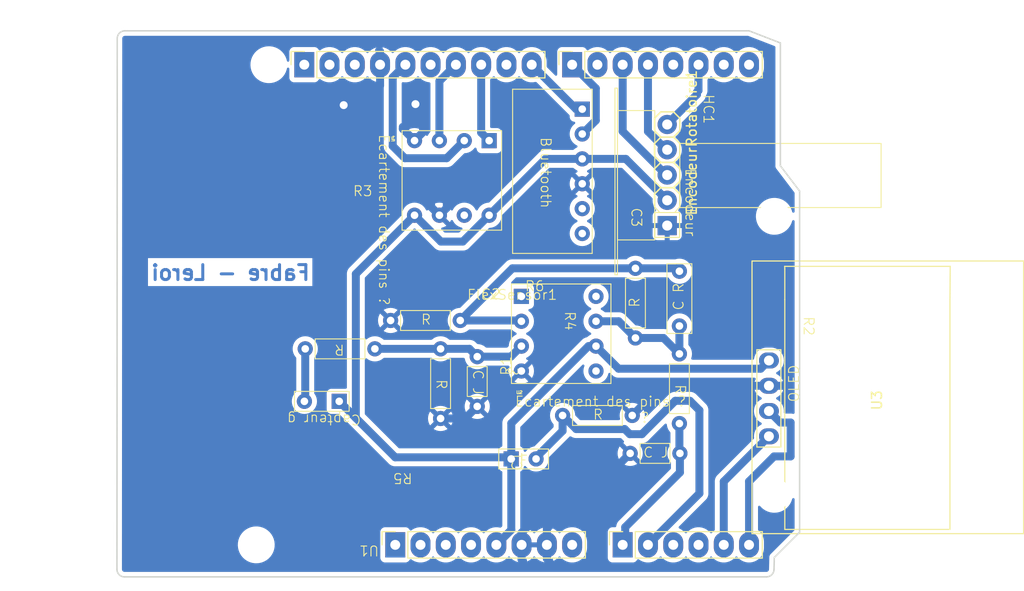
<source format=kicad_pcb>
(kicad_pcb (version 20221018) (generator pcbnew)
  (title_block (date "mar. 31 mars 2015"))
  (layers (0 "F.Cu" signal) (31 "B.Cu" signal) (34 "B.Paste" user) (35 "F.Paste" user) (36 "B.SilkS" user "B.Silkscreen") (37 "F.SilkS" user "F.Silkscreen") (38 "B.Mask" user) (39 "F.Mask" user) (44 "Edge.Cuts" user))
  (net 0 "")
  (net 1 "GND")
  (net 3 "+5V")
  (net 4 "/IOREF")
  (net 5 "Net-(U2-OUT)")
  (net 6 "Net-(U2--IN)")
  (net 7 "/A2")
  (net 8 "/A3")
  (net 9 "A0")
  (net 10 "Net-(U2-+IN)")
  (net 11 "A1")
  (net 12 "/12")
  (net 13 "/AREF")
  (net 14 "D8")
  (net 15 "D7")
  (net 16 "A5")
  (net 17 "A4")
  (net 18 "/*9")
  (net 19 "D13")
  (net 20 "D11")
  (net 21 "/*6")
  (net 22 "D10")
  (net 23 "/TX{slash}1")
  (net 24 "/*3")
  (net 25 "/RX{slash}0")
  (net 26 "VCC")
  (net 27 "/~{RESET}")
  (net 28 "D5")
  (net 29 "D4")
  (net 30 "D2")
  (net 31 "Net-(U1-A0)")
  (net 36 "+3V3")
  (footprint "Connector_PinSocket_2.54mm:PinSocket_1x08_P2.54mm_Vertical" (layer "F.Cu") (at 127.94 97.46 90)
    (fp_text reference "J1" hide)
    (fp_text value "Power")
    (fp_line (start -1.33 1.27) (end -1.33 19.11) (stroke (width 0.12)) (layer "F.SilkS"))
    (fp_line (start -1.33 1.27) (end 1.33 1.27) (stroke (width 0.12)) (layer "F.SilkS"))
    (fp_line (start -1.33 19.11) (end 1.33 19.11) (stroke (width 0.12)) (layer "F.SilkS"))
    (fp_line (start 0 -1.33) (end 1.33 -1.33) (stroke (width 0.12)) (layer "F.SilkS"))
    (fp_line (start 1.33 -1.33) (end 1.33 0) (stroke (width 0.12)) (layer "F.SilkS"))
    (fp_line (start 1.33 1.27) (end 1.33 19.11) (stroke (width 0.12)) (layer "F.SilkS"))
    (pad "1" thru_hole rect locked (at 0 0 90) (size 2.54 2) (drill 1) (layers "*.Cu" "*.Mask"))
    (pad "2" thru_hole oval locked (at 0 2.54 90) (size 2.54 2) (drill 1) (layers "*.Cu" "*.Mask") (net 4 "/IOREF"))
    (pad "3" thru_hole oval locked (at 0 5.08 90) (size 2.54 2) (drill 1) (layers "*.Cu" "*.Mask") (net 27 "/~{RESET}"))
    (pad "4" thru_hole oval locked (at 0 7.62 90) (size 2.54 2) (drill 1) (layers "*.Cu" "*.Mask") (net 36 "+3V3"))
    (pad "5" thru_hole oval locked (at 0 10.16 90) (size 2.54 2) (drill 1) (layers "*.Cu" "*.Mask") (net 3 "+5V"))
    (pad "6" thru_hole oval locked (at 0 12.7 90) (size 2.54 2) (drill 1) (layers "*.Cu" "*.Mask") (net 1 "GND"))
    (pad "7" thru_hole oval locked (at 0 15.24 90) (size 2.54 2) (drill 1) (layers "*.Cu" "*.Mask") (net 1 "GND"))
    (pad "8" thru_hole oval locked (at 0 17.78 90) (size 2.54 2) (drill 1) (layers "*.Cu" "*.Mask") (net 26 "VCC"))
  )
  (footprint "Connector_PinSocket_2.54mm:PinSocket_1x06_P2.54mm_Vertical" (layer "F.Cu") (at 150.8 97.46 90)
    (fp_text reference "J3" hide)
    (fp_text value "Analog")
    (fp_line (start -1.33 1.27) (end -1.33 14.03) (stroke (width 0.12)) (layer "F.SilkS"))
    (fp_line (start -1.33 1.27) (end 1.33 1.27) (stroke (width 0.12)) (layer "F.SilkS"))
    (fp_line (start -1.33 14.03) (end 1.33 14.03) (stroke (width 0.12)) (layer "F.SilkS"))
    (fp_line (start 0 -1.33) (end 1.33 -1.33) (stroke (width 0.12)) (layer "F.SilkS"))
    (fp_line (start 1.33 -1.33) (end 1.33 0) (stroke (width 0.12)) (layer "F.SilkS"))
    (fp_line (start 1.33 1.27) (end 1.33 14.03) (stroke (width 0.12)) (layer "F.SilkS"))
    (pad "1" thru_hole rect locked (at 0 0 90) (size 2.54 2) (drill 1) (layers "*.Cu" "*.Mask") (net 9 "A0"))
    (pad "2" thru_hole oval locked (at 0 2.54 90) (size 2.54 2) (drill 1) (layers "*.Cu" "*.Mask") (net 11 "A1"))
    (pad "3" thru_hole oval locked (at 0 5.08 90) (size 2.54 2) (drill 1) (layers "*.Cu" "*.Mask") (net 7 "/A2"))
    (pad "4" thru_hole oval locked (at 0 7.62 90) (size 2.54 2) (drill 1) (layers "*.Cu" "*.Mask") (net 8 "/A3"))
    (pad "5" thru_hole oval locked (at 0 10.16 90) (size 2.54 2) (drill 1) (layers "*.Cu" "*.Mask") (net 17 "A4"))
    (pad "6" thru_hole oval locked (at 0 12.7 90) (size 2.54 2) (drill 1) (layers "*.Cu" "*.Mask") (net 16 "A5"))
  )
  (footprint "Connector_PinSocket_2.54mm:PinSocket_1x10_P2.54mm_Vertical" (layer "F.Cu") (at 118.796 49.2 90)
    (fp_text reference "J2" hide)
    (fp_text value "Digital/PWM")
    (fp_line (start -1.33 1.27) (end -1.33 24.19) (stroke (width 0.12)) (layer "F.SilkS"))
    (fp_line (start -1.33 1.27) (end 1.33 1.27) (stroke (width 0.12)) (layer "F.SilkS"))
    (fp_line (start -1.33 24.19) (end 1.33 24.19) (stroke (width 0.12)) (layer "F.SilkS"))
    (fp_line (start 0 -1.33) (end 1.33 -1.33) (stroke (width 0.12)) (layer "F.SilkS"))
    (fp_line (start 1.33 -1.33) (end 1.33 0) (stroke (width 0.12)) (layer "F.SilkS"))
    (fp_line (start 1.33 1.27) (end 1.33 24.19) (stroke (width 0.12)) (layer "F.SilkS"))
    (pad "1" thru_hole rect locked (at 0 0 90) (size 2.54 2) (drill 1) (layers "*.Cu" "*.Mask"))
    (pad "2" thru_hole oval locked (at 0 2.54 90) (size 2.54 2) (drill 1) (layers "*.Cu" "*.Mask"))
    (pad "3" thru_hole oval locked (at 0 5.08 90) (size 2.54 2) (drill 1) (layers "*.Cu" "*.Mask") (net 13 "/AREF"))
    (pad "4" thru_hole oval locked (at 0 7.62 90) (size 2.54 2) (drill 1) (layers "*.Cu" "*.Mask") (net 1 "GND"))
    (pad "5" thru_hole oval locked (at 0 10.16 90) (size 2.54 2) (drill 1) (layers "*.Cu" "*.Mask") (net 19 "D13"))
    (pad "6" thru_hole oval locked (at 0 12.7 90) (size 2.54 2) (drill 1) (layers "*.Cu" "*.Mask") (net 12 "/12"))
    (pad "7" thru_hole oval locked (at 0 15.24 90) (size 2.54 2) (drill 1) (layers "*.Cu" "*.Mask") (net 20 "D11"))
    (pad "8" thru_hole oval locked (at 0 17.78 90) (size 2.54 2) (drill 1) (layers "*.Cu" "*.Mask") (net 22 "D10"))
    (pad "9" thru_hole oval locked (at 0 20.32 90) (size 2.54 2) (drill 1) (layers "*.Cu" "*.Mask") (net 18 "/*9"))
    (pad "10" thru_hole oval locked (at 0 22.86 90) (size 2.54 2) (drill 1) (layers "*.Cu" "*.Mask") (net 14 "D8"))
  )
  (footprint "Connector_PinSocket_2.54mm:PinSocket_1x08_P2.54mm_Vertical" (layer "F.Cu") (at 145.72 49.2 90)
    (fp_text reference "J4" hide)
    (fp_text value "Digital/PWM")
    (fp_line (start -1.33 1.27) (end -1.33 19.11) (stroke (width 0.12)) (layer "F.SilkS"))
    (fp_line (start -1.33 1.27) (end 1.33 1.27) (stroke (width 0.12)) (layer "F.SilkS"))
    (fp_line (start -1.33 19.11) (end 1.33 19.11) (stroke (width 0.12)) (layer "F.SilkS"))
    (fp_line (start 0 -1.33) (end 1.33 -1.33) (stroke (width 0.12)) (layer "F.SilkS"))
    (fp_line (start 1.33 -1.33) (end 1.33 0) (stroke (width 0.12)) (layer "F.SilkS"))
    (fp_line (start 1.33 1.27) (end 1.33 19.11) (stroke (width 0.12)) (layer "F.SilkS"))
    (pad "1" thru_hole rect locked (at 0 0 90) (size 2.54 2) (drill 1) (layers "*.Cu" "*.Mask") (net 15 "D7"))
    (pad "2" thru_hole oval locked (at 0 2.54 90) (size 2.54 2) (drill 1) (layers "*.Cu" "*.Mask") (net 21 "/*6"))
    (pad "3" thru_hole oval locked (at 0 5.08 90) (size 2.54 2) (drill 1) (layers "*.Cu" "*.Mask") (net 28 "D5"))
    (pad "4" thru_hole oval locked (at 0 7.62 90) (size 2.54 2) (drill 1) (layers "*.Cu" "*.Mask") (net 29 "D4"))
    (pad "5" thru_hole oval locked (at 0 10.16 90) (size 2.54 2) (drill 1) (layers "*.Cu" "*.Mask") (net 24 "/*3"))
    (pad "6" thru_hole oval locked (at 0 12.7 90) (size 2.54 2) (drill 1) (layers "*.Cu" "*.Mask") (net 30 "D2"))
    (pad "7" thru_hole oval locked (at 0 15.24 90) (size 2.54 2) (drill 1) (layers "*.Cu" "*.Mask") (net 23 "/TX{slash}1"))
    (pad "8" thru_hole oval locked (at 0 17.78 90) (size 2.54 2) (drill 1) (layers "*.Cu" "*.Mask") (net 25 "/RX{slash}0"))
  )
  (footprint "MOSH_empreintes:Capa rouge" (layer "F.Cu") (at 156.5004 75.4596 90)
    (fp_text reference "C1" (at -13.6 -16.3 90 unlocked) (layer "F.SilkS") (effects (font (thickness 0.1))))
    (fp_text value "C")
    (fp_text user "C R" (at 1.5 0.5 90 unlocked) (layer "F.SilkS") (effects (font (thickness 0.1)) (justify left bottom)))
    (fp_line (start -0.75 -1.25) (end -0.75 1.25) (stroke (width 0.1)) (layer "F.SilkS"))
    (fp_line (start -0.75 1.25) (end 6.25 1.25) (stroke (width 0.1)) (layer "F.SilkS"))
    (fp_line (start 6.25 -1.25) (end -0.75 -1.25) (stroke (width 0.1)) (layer "F.SilkS"))
    (fp_line (start 6.25 1.25) (end 6.25 -1.25) (stroke (width 0.1)) (layer "F.SilkS"))
    (pad "1" thru_hole circle (at 0 0 90) (size 1.524 1.524) (drill 0.762) (layers "*.Cu" "*.Mask") (net 5 "Net-(U2-OUT)"))
    (pad "2" thru_hole circle (at 5.5 0 90) (size 1.524 1.524) (drill 0.762) (layers "*.Cu" "*.Mask") (net 6 "Net-(U2--IN)"))
  )
  (footprint "MOSH_empreintes:LTC1050 et MCP" (layer "F.Cu") (at 139.6184 81.2386)
    (fp_text reference "U2" (at 0.8 0.9) (layer "F.SilkS") (effects (font (size 0.314961 0.314961))))
    (fp_text value "LTC1050")
    (fp_text user "Écartement des pins ?" (at 0.3 2.4 unlocked) (layer "F.SilkS") (effects (font (thickness 0.1)) (justify left bottom)))
    (fp_line (start 0 -10) (end 10 -10) (stroke (width 0.1)) (layer "F.SilkS"))
    (fp_line (start 0 0) (end 0 -10) (stroke (width 0.1)) (layer "F.SilkS"))
    (fp_line (start 10 -10) (end 10 0) (stroke (width 0.1)) (layer "F.SilkS"))
    (fp_line (start 10 0) (end 0 0) (stroke (width 0.1)) (layer "F.SilkS"))
    (pad "1" thru_hole rect (at 1 -8.75) (size 1.524 1.524) (drill 0.762) (layers "*.Cu" "*.Mask"))
    (pad "2" thru_hole circle (at 1 -6.25) (size 1.524 1.524) (drill 0.762) (layers "*.Cu" "*.Mask") (net 6 "Net-(U2--IN)"))
    (pad "3" thru_hole circle (at 1 -3.75) (size 1.524 1.524) (drill 0.762) (layers "*.Cu" "*.Mask") (net 10 "Net-(U2-+IN)"))
    (pad "4" thru_hole circle (at 1 -1.25) (size 1.524 1.524) (drill 0.762) (layers "*.Cu" "*.Mask") (net 1 "GND"))
    (pad "5" thru_hole circle (at 8.5 -8.75) (size 1.524 1.524) (drill 0.762) (layers "*.Cu" "*.Mask"))
    (pad "6" thru_hole circle (at 8.5 -6.25) (size 1.524 1.524) (drill 0.762) (layers "*.Cu" "*.Mask") (net 5 "Net-(U2-OUT)"))
    (pad "7" thru_hole circle (at 8.5 -3.75) (size 1.524 1.524) (drill 0.762) (layers "*.Cu" "*.Mask") (net 3 "+5V"))
    (pad "8" thru_hole circle (at 8.5 -1.25) (size 1.524 1.524) (drill 0.762) (layers "*.Cu" "*.Mask"))
  )
  (footprint "Arduino_MountingHole:MountingHole_3.2mm" (layer "F.Cu") (at 115.24 49.2)
    (fp_text reference "MH1" hide)
    (fp_text value "MountingHole_3.2mm" hide)
    (pad "" np_thru_hole circle locked (at 0 0) (size 3.2 3.2) (drill 3.2) (layers "F&B.Cu" "*.Mask" "Eco1.User"))
  )
  (footprint "MOSH_empreintes:LTC1050 et MCP" (layer "F.Cu") (at 128.628 55.8316 -90)
    (fp_text reference "U4" (at 0.8 0.9 -90) (layer "F.SilkS") (effects (font (size 0.314961 0.314961))))
    (fp_text value "MCP41100")
    (fp_text user "Écartement des pins ?" (at 0.3 2.4 -90 unlocked) (layer "F.SilkS") (effects (font (thickness 0.1)) (justify left bottom)))
    (fp_line (start 0 -10) (end 10 -10) (stroke (width 0.1)) (layer "F.SilkS"))
    (fp_line (start 0 0) (end 0 -10) (stroke (width 0.1)) (layer "F.SilkS"))
    (fp_line (start 10 -10) (end 10 0) (stroke (width 0.1)) (layer "F.SilkS"))
    (fp_line (start 10 0) (end 0 0) (stroke (width 0.1)) (layer "F.SilkS"))
    (pad "1" thru_hole rect (at 1 -8.75 270) (size 1.524 1.524) (drill 0.762) (layers "*.Cu" "*.Mask") (net 22 "D10"))
    (pad "2" thru_hole circle (at 1 -6.25 270) (size 1.524 1.524) (drill 0.762) (layers "*.Cu" "*.Mask") (net 19 "D13"))
    (pad "3" thru_hole circle (at 1 -3.75 270) (size 1.524 1.524) (drill 0.762) (layers "*.Cu" "*.Mask") (net 20 "D11"))
    (pad "4" thru_hole circle (at 1 -1.25 270) (size 1.524 1.524) (drill 0.762) (layers "*.Cu" "*.Mask") (net 1 "GND"))
    (pad "5" thru_hole circle (at 8.5 -8.75 270) (size 1.524 1.524) (drill 0.762) (layers "*.Cu" "*.Mask") (net 3 "+5V"))
    (pad "6" thru_hole circle (at 8.5 -6.25 270) (size 1.524 1.524) (drill 0.762) (layers "*.Cu" "*.Mask"))
    (pad "7" thru_hole circle (at 8.5 -3.75 270) (size 1.524 1.524) (drill 0.762) (layers "*.Cu" "*.Mask") (net 1 "GND"))
    (pad "8" thru_hole circle (at 8.5 -1.25 270) (size 1.524 1.524) (drill 0.762) (layers "*.Cu" "*.Mask") (net 3 "+5V"))
  )
  (footprint "MOSH_empreintes:capteur graphite" (layer "F.Cu") (at 122.3094 83.0366 180)
    (fp_text reference "U1" (at -3 -15 180 unlocked) (layer "F.SilkS") (effects (font (thickness 0.1))))
    (fp_text value "~")
    (fp_text user "Capteur g" (at -2.25 -1.25 180 unlocked) (layer "F.SilkS") (effects (font (thickness 0.1)) (justify left bottom)))
    (fp_rect (start -1 -1) (end 4.5 1) (stroke (width 0.1)) (fill none) (layer "F.SilkS"))
    (pad "1" thru_hole rect (at 0 0 180) (size 1.524 1.524) (drill 0.762) (layers "*.Cu" "*.Mask") (net 3 "+5V"))
    (pad "2" thru_hole circle (at 3.5 0 180) (size 1.524 1.524) (drill 0.762) (layers "*.Cu" "*.Mask") (net 31 "Net-(U1-A0)"))
  )
  (footprint "MOSH_empreintes:Capteur FLEX" (layer "F.Cu") (at 139.5932 88.824)
    (fp_text reference "FlexSensor1" (at 0.1 -16.5 unlocked) (layer "F.SilkS") (effects (font (thickness 0.1))))
    (fp_text value "~")
    (fp_text user "F" (at 0.75 0.75 unlocked) (layer "F.SilkS") (effects (font (thickness 0.1)) (justify left bottom)))
    (fp_line (start -1.25 -1) (end -1.25 1) (stroke (width 0.1)) (layer "F.SilkS"))
    (fp_line (start -1.25 1) (end 3.75 1) (stroke (width 0.1)) (layer "F.SilkS"))
    (fp_line (start 3.75 -1) (end -1.25 -1) (stroke (width 0.1)) (layer "F.SilkS"))
    (fp_line (start 3.75 1) (end 3.75 -1) (stroke (width 0.1)) (layer "F.SilkS"))
    (pad "1" thru_hole rect (at 0 0) (size 1.524 1.524) (drill 0.762) (layers "*.Cu" "*.Mask") (net 3 "+5V"))
    (pad "2" thru_hole circle (at 2.5 0) (size 1.524 1.524) (drill 0.762) (layers "*.Cu" "*.Mask") (net 11 "A1"))
  )
  (footprint "MOSH_empreintes:Capa jaune" (layer "F.Cu") (at 136.1804 78.5446 -90)
    (fp_text reference "C3" (at -14 -16 -90 unlocked) (layer "F.SilkS") (effects (font (thickness 0.1))))
    (fp_text value "C")
    (fp_text user "?" (at 1 -3 -90 unlocked) (layer "F.SilkS") (effects (font (thickness 0.1)) (justify left bottom)))
    (fp_text user "C J" (at 1.25 0.5 -90 unlocked) (layer "F.SilkS") (effects (font (thickness 0.1)) (justify left bottom)))
    (fp_rect (start 1 -1) (end 4 1) (stroke (width 0.1)) (fill none) (layer "F.SilkS"))
    (pad "1" thru_hole circle (at 0 0 270) (size 1.524 1.524) (drill 0.762) (layers "*.Cu" "*.Mask") (net 10 "Net-(U2-+IN)"))
    (pad "2" thru_hole circle (at 5 0 270) (size 1.524 1.524) (drill 0.762) (layers "*.Cu" "*.Mask") (net 1 "GND"))
  )
  (footprint "MOSH_empreintes:OLED SCREEN" (layer "F.Cu") (at 176.0984 82.9312 90)
    (fp_text reference "U3" (at 0 0.254 90) (layer "F.SilkS"))
    (fp_text value "~" hide)
    (fp_text user "OLED" (at -0.25 -7.5 90 unlocked) (layer "F.SilkS") (effects (font (thickness 0.1)) (justify left bottom)))
    (fp_line (start -13.4 -12.3) (end 14 -12.3) (stroke (width 0.12)) (layer "F.SilkS"))
    (fp_line (start -13.4 15) (end -13.4 -12.3) (stroke (width 0.12)) (layer "F.SilkS"))
    (fp_line (start -12.978 -9.005) (end 10.122 -9.005) (stroke (width 0.12)) (layer "F.SilkS"))
    (fp_line (start -12.978 7.595) (end -12.978 -9.005) (stroke (width 0.12)) (layer "F.SilkS"))
    (fp_line (start -4.699 -11.811) (end -4.699 -9.398) (stroke (width 0.12)) (layer "F.SilkS"))
    (fp_line (start -4.699 -11.811) (end 5.08 -11.811) (stroke (width 0.12)) (layer "F.SilkS"))
    (fp_line (start 5.08 -11.811) (end 5.08 -9.398) (stroke (width 0.12)) (layer "F.SilkS"))
    (fp_line (start 5.08 -9.398) (end -4.699 -9.398) (stroke (width 0.12)) (layer "F.SilkS"))
    (fp_line (start 10.122 -9.005) (end 13.208 -9.005) (stroke (width 0.12)) (layer "F.SilkS"))
    (fp_line (start 10.122 7.595) (end -12.978 7.595) (stroke (width 0.12)) (layer "F.SilkS"))
    (fp_line (start 10.122 7.595) (end 13.462 7.62) (stroke (width 0.12)) (layer "F.SilkS"))
    (fp_line (start 13.462 -9.017) (end 13.208 -9.005) (stroke (width 0.12)) (layer "F.SilkS"))
    (fp_line (start 13.462 7.62) (end 13.462 -9.017) (stroke (width 0.12)) (layer "F.SilkS"))
    (fp_line (start 14 -12.3) (end 14 15) (stroke (width 0.12)) (layer "F.SilkS"))
    (fp_line (start 14 15) (end -13.4 15) (stroke (width 0.12)) (layer "F.SilkS"))
    (pad "1" thru_hole oval (at -3.62 -10.6 180) (size 2 1.6) (drill 1) (layers "*.Cu" "*.Mask") (net 17 "A4"))
    (pad "2" thru_hole oval (at -1.08 -10.6 180) (size 2 1.6) (drill 1) (layers "*.Cu" "*.Mask") (net 16 "A5"))
    (pad "3" thru_hole oval (at 1.46 -10.6 180) (size 2 1.6) (drill 1) (layers "*.Cu" "*.Mask") (net 1 "GND"))
    (pad "4" thru_hole oval (at 4 -10.6 180) (size 2 1.6) (drill 1) (layers "*.Cu" "*.Mask") (net 3 "+5V"))
  )
  (footprint "MOSH_empreintes:R 65 2" (layer "F.Cu") (at 127.4734 74.9086)
    (fp_text reference "R3" (at -2.8 -13 unlocked) (layer "F.SilkS") (effects (font (thickness 0.1))))
    (fp_text value "R")
    (fp_text user "R" (at 3 0.5 unlocked) (layer "F.SilkS") (effects (font (thickness 0.1)) (justify left bottom)))
    (fp_line (start 1 -1) (end 1 1) (stroke (width 0.1)) (layer "F.SilkS"))
    (fp_line (start 1 1) (end 6 1) (stroke (width 0.1)) (layer "F.SilkS"))
    (fp_line (start 6 -1) (end 1 -1) (stroke (width 0.1)) (layer "F.SilkS"))
    (fp_line (start 6 1) (end 6 -1) (stroke (width 0.1)) (layer "F.SilkS"))
    (pad "1" thru_hole circle (at 0 0) (size 1.524 1.524) (drill 0.762) (layers "*.Cu" "*.Mask") (net 1 "GND"))
    (pad "2" thru_hole circle (at 7 0) (size 1.524 1.524) (drill 0.762) (layers "*.Cu" "*.Mask") (net 6 "Net-(U2--IN)"))
  )
  (footprint "MOSH_empreintes:R 65 2" (layer "F.Cu") (at 152.0808 76.6668 90)
    (fp_text reference "R1" (at -2.8 -13 90 unlocked) (layer "F.SilkS") (effects (font (thickness 0.1))))
    (fp_text value "R")
    (fp_text user "R" (at 3 0.5 90 unlocked) (layer "F.SilkS") (effects (font (thickness 0.1)) (justify left bottom)))
    (fp_line (start 1 -1) (end 1 1) (stroke (width 0.1)) (layer "F.SilkS"))
    (fp_line (start 1 1) (end 6 1) (stroke (width 0.1)) (layer "F.SilkS"))
    (fp_line (start 6 -1) (end 1 -1) (stroke (width 0.1)) (layer "F.SilkS"))
    (fp_line (start 6 1) (end 6 -1) (stroke (width 0.1)) (layer "F.SilkS"))
    (pad "1" thru_hole circle (at 0 0 90) (size 1.524 1.524) (drill 0.762) (layers "*.Cu" "*.Mask") (net 5 "Net-(U2-OUT)"))
    (pad "2" thru_hole circle (at 7 0 90) (size 1.524 1.524) (drill 0.762) (layers "*.Cu" "*.Mask") (net 6 "Net-(U2--IN)"))
  )
  (footprint "MOSH_empreintes:R 65 2" (layer "F.Cu") (at 156.5004 78.2666 -90)
    (fp_text reference "R2" (at -2.8 -13 -90 unlocked) (layer "F.SilkS") (effects (font (thickness 0.1))))
    (fp_text value "R")
    (fp_text user "R" (at 3 0.5 -90 unlocked) (layer "F.SilkS") (effects (font (thickness 0.1)) (justify left bottom)))
    (fp_line (start 1 -1) (end 1 1) (stroke (width 0.1)) (layer "F.SilkS"))
    (fp_line (start 1 1) (end 6 1) (stroke (width 0.1)) (layer "F.SilkS"))
    (fp_line (start 6 -1) (end 1 -1) (stroke (width 0.1)) (layer "F.SilkS"))
    (fp_line (start 6 1) (end 6 -1) (stroke (width 0.1)) (layer "F.SilkS"))
    (pad "1" thru_hole circle (at 0 0 270) (size 1.524 1.524) (drill 0.762) (layers "*.Cu" "*.Mask") (net 5 "Net-(U2-OUT)"))
    (pad "2" thru_hole circle (at 7 0 270) (size 1.524 1.524) (drill 0.762) (layers "*.Cu" "*.Mask") (net 9 "A0"))
  )
  (footprint "MOSH_empreintes:Bluetooth HC-05" (layer "F.Cu") (at 146.736 53.6672 -90)
    (fp_text reference "HC1" (at 0 -12.7 -90 unlocked) (layer "F.SilkS") (effects (font (thickness 0.1))))
    (fp_text value "~")
    (fp_text user "Bluetooth" (at 2.75 4.25 -90 unlocked) (layer "F.SilkS") (effects (font (thickness 0.1)) (justify left bottom)))
    (fp_line (start -2 7) (end 14.5 7) (stroke (width 0.1)) (layer "F.SilkS"))
    (fp_line (start 14.5 -1) (end -2 -1) (stroke (width 0.1)) (layer "F.SilkS"))
    (fp_line (start 14.5 7) (end 14.5 -1) (stroke (width 0.1)) (layer "F.SilkS"))
    (fp_rect (start -2 7) (end -2 -1) (stroke (width 0.1)) (fill none) (layer "F.SilkS"))
    (pad "1" thru_hole rect (at 0 0 270) (size 1.524 1.524) (drill 0.762) (layers "*.Cu" "*.Mask") (net 14 "D8"))
    (pad "2" thru_hole circle (at 2.5 0 270) (size 1.524 1.524) (drill 0.762) (layers "*.Cu" "*.Mask") (net 15 "D7"))
    (pad "3" thru_hole circle (at 5 0 270) (size 1.524 1.524) (drill 0.762) (layers "*.Cu" "*.Mask") (net 3 "+5V"))
    (pad "4" thru_hole circle (at 7.5 0 270) (size 1.524 1.524) (drill 0.762) (layers "*.Cu" "*.Mask") (net 1 "GND"))
    (pad "5" thru_hole circle (at 10 0 270) (size 1.524 1.524) (drill 0.762) (layers "*.Cu" "*.Mask"))
    (pad "6" thru_hole circle (at 12.5 0 270) (size 1.524 1.524) (drill 0.762) (layers "*.Cu" "*.Mask"))
  )
  (footprint "MOSH_empreintes:R 65 2" (layer "F.Cu") (at 125.8934 77.7586 180)
    (fp_text reference "R5" (at -2.8 -13 180 unlocked) (layer "F.SilkS") (effects (font (thickness 0.1))))
    (fp_text value "R")
    (fp_text user "R" (at 3 0.5 180 unlocked) (layer "F.SilkS") (effects (font (thickness 0.1)) (justify left bottom)))
    (fp_line (start 1 -1) (end 1 1) (stroke (width 0.1)) (layer "F.SilkS"))
    (fp_line (start 1 1) (end 6 1) (stroke (width 0.1)) (layer "F.SilkS"))
    (fp_line (start 6 -1) (end 1 -1) (stroke (width 0.1)) (layer "F.SilkS"))
    (fp_line (start 6 1) (end 6 -1) (stroke (width 0.1)) (layer "F.SilkS"))
    (pad "1" thru_hole circle (at 0 0 180) (size 1.524 1.524) (drill 0.762) (layers "*.Cu" "*.Mask") (net 10 "Net-(U2-+IN)"))
    (pad "2" thru_hole circle (at 7 0 180) (size 1.524 1.524) (drill 0.762) (layers "*.Cu" "*.Mask") (net 31 "Net-(U1-A0)"))
  )
  (footprint "MOSH_empreintes:R 65 2" (layer "F.Cu") (at 144.76 84.4552)
    (fp_text reference "R6" (at -2.8 -13 unlocked) (layer "F.SilkS") (effects (font (thickness 0.1))))
    (fp_text value "R")
    (fp_text user "R" (at 3 0.5 unlocked) (layer "F.SilkS") (effects (font (thickness 0.1)) (justify left bottom)))
    (fp_line (start 1 -1) (end 1 1) (stroke (width 0.1)) (layer "F.SilkS"))
    (fp_line (start 1 1) (end 6 1) (stroke (width 0.1)) (layer "F.SilkS"))
    (fp_line (start 6 -1) (end 1 -1) (stroke (width 0.1)) (layer "F.SilkS"))
    (fp_line (start 6 1) (end 6 -1) (stroke (width 0.1)) (layer "F.SilkS"))
    (pad "1" thru_hole circle (at 0 0) (size 1.524 1.524) (drill 0.762) (layers "*.Cu" "*.Mask") (net 11 "A1"))
    (pad "2" thru_hole circle (at 7 0) (size 1.524 1.524) (drill 0.762) (layers "*.Cu" "*.Mask") (net 1 "GND"))
  )
  (footprint "Arduino_MountingHole:MountingHole_3.2mm" (layer "F.Cu") (at 113.97 97.46)
    (fp_text reference "MH2" hide)
    (fp_text value "MountingHole_3.2mm" hide)
    (pad "" np_thru_hole circle locked (at 0 0) (size 3.2 3.2) (drill 3.2) (layers "*.Cu" "*.Mask"))
  )
  (footprint "MOSH_empreintes:Capa jaune" (layer "F.Cu") (at 151.5512 88.2652)
    (fp_text reference "C2" (at -14 -16 unlocked) (layer "F.SilkS") (effects (font (thickness 0.1))))
    (fp_text value "C")
    (fp_text user "?" (at 1 -3 unlocked) (layer "F.SilkS") (effects (font (thickness 0.1)) (justify left bottom)))
    (fp_text user "C J" (at 1.25 0.5 unlocked) (layer "F.SilkS") (effects (font (thickness 0.1)) (justify left bottom)))
    (fp_rect (start 1 -1) (end 4 1) (stroke (width 0.1)) (fill none) (layer "F.SilkS"))
    (pad "1" thru_hole circle (at 0 0) (size 1.524 1.524) (drill 0.762) (layers "*.Cu" "*.Mask") (net 1 "GND"))
    (pad "2" thru_hole circle (at 5 0) (size 1.524 1.524) (drill 0.762) (layers "*.Cu" "*.Mask") (net 9 "A0"))
  )
  (footprint "Arduino_MountingHole:MountingHole_3.2mm" (layer "F.Cu") (at 166.04 64.44)
    (fp_text reference "MH3" hide)
    (fp_text value "MountingHole_3.2mm" hide)
    (pad "" np_thru_hole circle locked (at 0 0) (size 3.2 3.2) (drill 3.2) (layers "*.Cu" "*.Mask"))
  )
  (footprint "MOSH_empreintes:R 65 2" (layer "F.Cu") (at 132.4974 77.7586 -90)
    (fp_text reference "R4" (at -2.8 -13 -90 unlocked) (layer "F.SilkS") (effects (font (thickness 0.1))))
    (fp_text value "R")
    (fp_text user "R" (at 3 0.5 -90 unlocked) (layer "F.SilkS") (effects (font (thickness 0.1)) (justify left bottom)))
    (fp_line (start 1 -1) (end 1 1) (stroke (width 0.1)) (layer "F.SilkS"))
    (fp_line (start 1 1) (end 6 1) (stroke (width 0.1)) (layer "F.SilkS"))
    (fp_line (start 6 -1) (end 1 -1) (stroke (width 0.1)) (layer "F.SilkS"))
    (fp_line (start 6 1) (end 6 -1) (stroke (width 0.1)) (layer "F.SilkS"))
    (pad "1" thru_hole circle (at 0 0 270) (size 1.524 1.524) (drill 0.762) (layers "*.Cu" "*.Mask") (net 10 "Net-(U2-+IN)"))
    (pad "2" thru_hole circle (at 7 0 270) (size 1.524 1.524) (drill 0.762) (layers "*.Cu" "*.Mask") (net 1 "GND"))
  )
  (footprint "Arduino_MountingHole:MountingHole_3.2mm" (layer "F.Cu") (at 166.04 92.38)
    (fp_text reference "MH4" hide)
    (fp_text value "MountingHole_3.2mm" hide)
    (pad "" np_thru_hole circle locked (at 0 0) (size 3.2 3.2) (drill 3.2) (layers "*.Cu" "*.Mask"))
  )
  (footprint "MOSH_empreintes:KY-040" (layer "F.Cu") (at 155.2734 61.5598 -90)
    (fp_text reference "EncodeurRotatoire1" (at -4.5212 -2.4638 90) (layer "F.SilkS"))
    (fp_text value "~")
    (fp_text user "Encodeur" (at -2 -1.75 -90 unlocked) (layer "F.SilkS") (effects (font (thickness 0.1)) (justify left bottom)))
    (fp_line (start -10 5) (end 8.75 5) (stroke (width 0.1)) (layer "F.SilkS"))
    (fp_line (start -10 5.25) (end -10 5) (stroke (width 0.1)) (layer "F.SilkS"))
    (fp_line (start -7.62 -0.635) (end -7.62 0.635) (stroke (width 0.1524)) (layer "F.SilkS"))
    (fp_line (start -7.62 0.635) (end -6.985 1.27) (stroke (width 0.1524)) (layer "F.SilkS"))
    (fp_line (start -6.985 -1.27) (end -7.62 -0.635) (stroke (width 0.1524)) (layer "F.SilkS"))
    (fp_line (start -6.985 -1.27) (end -5.715 -1.27) (stroke (width 0.1524)) (layer "F.SilkS"))
    (fp_line (start -5.715 -1.27) (end -5.08 -0.635) (stroke (width 0.1524)) (layer "F.SilkS"))
    (fp_line (start -5.715 1.27) (end -6.985 1.27) (stroke (width 0.1524)) (layer "F.SilkS"))
    (fp_line (start -5.08 -0.635) (end -5.08 0.635) (stroke (width 0.1524)) (layer "F.SilkS"))
    (fp_line (start -5.08 -0.635) (end -4.445 -1.27) (stroke (width 0.1524)) (layer "F.SilkS"))
    (fp_line (start -5.08 0.635) (end -5.715 1.27) (stroke (width 0.1524)) (layer "F.SilkS"))
    (fp_line (start -4.445 -1.27) (end -3.175 -1.27) (stroke (width 0.1524)) (layer "F.SilkS"))
    (fp_line (start -4.445 1.27) (end -5.08 0.635) (stroke (width 0.1524)) (layer "F.SilkS"))
    (fp_line (start -3.175 -1.27) (end -2.54 -0.635) (stroke (width 0.1524)) (layer "F.SilkS"))
    (fp_line (start -3.175 1.27) (end -4.445 1.27) (stroke (width 0.1524)) (layer "F.SilkS"))
    (fp_line (start -2.54 -0.635) (end -2.54 0.635) (stroke (width 0.1524)) (layer "F.SilkS"))
    (fp_line (start -2.54 -0.635) (end -1.905 -1.27) (stroke (width 0.1524)) (layer "F.SilkS"))
    (fp_line (start -2.54 0.635) (end -3.175 1.27) (stroke (width 0.1524)) (layer "F.SilkS"))
    (fp_line (start -1.905 -1.27) (end -0.635 -1.27) (stroke (width 0.1524)) (layer "F.SilkS"))
    (fp_line (start -1.905 1.27) (end -2.54 0.635) (stroke (width 0.1524)) (layer "F.SilkS"))
    (fp_line (start -0.635 -1.27) (end 0 -0.635) (stroke (width 0.1524)) (layer "F.SilkS"))
    (fp_line (start -0.635 1.27) (end -1.905 1.27) (stroke (width 0.1524)) (layer "F.SilkS"))
    (fp_line (start 0 -0.635) (end 0 0.635) (stroke (width 0.1524)) (layer "F.SilkS"))
    (fp_line (start 0 0.635) (end -0.635 1.27) (stroke (width 0.1524)) (layer "F.SilkS"))
    (fp_line (start 0 0.635) (end 0.635 1.27) (stroke (width 0.1524)) (layer "F.SilkS"))
    (fp_line (start 0 5.25) (end -10 5.25) (stroke (width 0.1)) (layer "F.SilkS"))
    (fp_line (start 0.635 -1.27) (end 0 -0.635) (stroke (width 0.1524)) (layer "F.SilkS"))
    (fp_line (start 0.635 -1.27) (end 1.905 -1.27) (stroke (width 0.1524)) (layer "F.SilkS"))
    (fp_line (start 1.905 -1.27) (end 2.5 -0.75) (stroke (width 0.1)) (layer "F.SilkS"))
    (fp_line (start 1.905 1.27) (end 0.635 1.27) (stroke (width 0.1524)) (layer "F.SilkS"))
    (fp_line (start 1.905 1.27) (end 2.5 0.75) (stroke (width 0.1)) (layer "F.SilkS"))
    (fp_line (start 8.75 5) (end 8.75 5.25) (stroke (width 0.1)) (layer "F.SilkS"))
    (fp_line (start 8.75 5.25) (end 0 5.25) (stroke (width 0.1)) (layer "F.SilkS"))
    (fp_rect (start -7.75 1.25) (end 5.25 5) (stroke (width 0.1)) (fill none) (layer "F.SilkS"))
    (fp_rect (start -4.445 -1.27) (end 2 -21.5) (stroke (width 0.1)) (fill none) (layer "F.SilkS"))
    (fp_rect (start 2.5 -1.25) (end 5 1.25) (stroke (width 0.1)) (fill none) (layer "F.SilkS"))
    (fp_rect (start 5 1.25) (end 2.5 -1.25) (stroke (width 0.1)) (fill none) (layer "F.SilkS"))
    (pad "1" thru_hole circle (at -6.35 0 270) (size 1.9304 1.9304) (drill 1.016) (layers "*.Cu" "*.Mask") (net 30 "D2"))
    (pad "2" thru_hole circle (at -3.81 0 270) (size 1.9304 1.9304) (drill 1.016) (layers "*.Cu" "*.Mask") (net 29 "D4"))
    (pad "3" thru_hole circle (at -1.27 0 270) (size 1.9304 1.9304) (drill 1.016) (layers "*.Cu" "*.Mask") (net 28 "D5"))
    (pad "4" thru_hole circle (at 1.27 0 270) (size 1.9304 1.9304) (drill 1.016) (layers "*.Cu" "*.Mask") (net 3 "+5V"))
    (pad "5" thru_hole rect (at 3.81 0 270) (size 1.9304 1.9304) (drill 1.016) (layers "*.Cu" "*.Mask") (net 1 "GND"))
  )
  (gr_line (start 166.6496 59.36) (end 168.58 61.9) (stroke (width 0.15)) (layer "Edge.Cuts"))
  (gr_line (start 99.969185 99.918385) (end 100 46.5584) (stroke (width 0.15)) (layer "Edge.Cuts"))
  (gr_line (start 168.58 61.9) (end 168.58 96.19) (stroke (width 0.15)) (layer "Edge.Cuts"))
  (gr_line (start 165.247185 100.680385) (end 100.731185 100.680385) (stroke (width 0.15)) (layer "Edge.Cuts"))
  (gr_line (start 100.762 45.7964) (end 163.5 45.7964) (stroke (width 0.15)) (layer "Edge.Cuts"))
  (gr_arc (start 100.731185 100.680385) (mid 100.19237 100.4572) (end 99.969185 99.918385) (stroke (width 0.15)) (layer "Edge.Cuts"))
  (gr_line (start 168.58 96.19) (end 166.04 98.73) (stroke (width 0.15)) (layer "Edge.Cuts"))
  (gr_line (start 163.5 45.7964) (end 166.6496 47.0156) (stroke (width 0.15)) (layer "Edge.Cuts"))
  (gr_arc (start 166.009185 99.918385) (mid 165.786 100.4572) (end 165.247185 100.680385) (stroke (width 0.15)) (layer "Edge.Cuts"))
  (gr_line (start 166.6496 47.0156) (end 166.6496 59.36) (stroke (width 0.15)) (layer "Edge.Cuts"))
  (gr_line (start 166.04 98.73) (end 166.009185 99.918385) (stroke (width 0.15)) (layer "Edge.Cuts"))
  (gr_arc (start 100 46.5584) (mid 100.223185 46.019585) (end 100.762 45.7964) (stroke (width 0.15)) (layer "Edge.Cuts"))
  (gr_text "Fabre - Leroi\n" (at 119.5072 70.9932) (layer "B.Cu") (effects (font (size 1.5 1.5) (thickness 0.3) bold) (justify left bottom mirror)))
  (segment (start 140.64 97.46) (end 143.18 97.46) (width 0.2) (layer "F.Cu") (net 1))
  (via (at 122.7584 53.264) (size 2) (drill 0.8) (layers "F.Cu" "B.Cu") (net 1))
  (via (at 129.972 53.1624) (size 2) (drill 0.8) (layers "F.Cu" "B.Cu") (net 1))
  (segment (start 150.546 89.2704) (end 150.546 89.332) (width 0.8) (layer "B.Cu") (net 1))
  (segment (start 143.18 97.46) (end 143.18 95.8344) (width 0.8) (layer "B.Cu") (net 1))
  (segment (start 140.64 97.46) (end 140.64 96.2408) (width 0.8) (layer "B.Cu") (net 1))
  (segment (start 126.416 49.2) (end 126.416 51.2828) (width 0.8) (layer "B.Cu") (net 1))
  (segment (start 132.4974 84.7586) (end 134.9664 84.7586) (width 0.8) (layer "B.Cu") (net 1))
  (segment (start 140.64 96.2408) (end 141.402 95.4788) (width 0.8) (layer "B.Cu") (net 1))
  (segment (start 140.64 98.9476) (end 140.7924 99.1) (width 0.8) (layer "B.Cu") (net 1))
  (segment (start 165.4984 81.4712) (end 166.9412 81.4712) (width 0.8) (layer "B.Cu") (net 1))
  (segment (start 133.1216 63.588) (end 133.1216 63.0684) (width 0.8) (layer "B.Cu") (net 1))
  (segment (start 143.18 97.46) (end 143.18 98.846) (width 0.8) (layer "B.Cu") (net 1))
  (segment (start 126.416 47.8792) (end 126.3144 47.7776) (width 0.8) (layer "B.Cu") (net 1))
  (segment (start 152.7304 83.4848) (end 152.7304 83.2868) (width 0.8) (layer "B.Cu") (net 1))
  (segment (start 151.76 84.4552) (end 152.7304 83.4848) (width 0.8) (layer "B.Cu") (net 1))
  (segment (start 122.7584 53.264) (end 122.6568 53.3656) (width 0.8) (layer "B.Cu") (net 1))
  (segment (start 140.64 97.46) (end 140.64 98.9476) (width 0.8) (layer "B.Cu") (net 1))
  (segment (start 142.87 97.15) (end 143.18 97.46) (width 0.2) (layer "B.Cu") (net 1))
  (segment (start 166.9412 81.4712) (end 167.056 81.3564) (width 0.8) (layer "B.Cu") (net 1))
  (segment (start 143.18 98.846) (end 143.434 99.1) (width 0.8) (layer "B.Cu") (net 1))
  (segment (start 129.878 56.8316) (end 128.702 55.6556) (width 0.8) (layer "B.Cu") (net 1))
  (segment (start 165.4984 81.4712) (end 163.7408 81.4712) (width 0.8) (layer "B.Cu") (net 1))
  (segment (start 134.9664 84.7586) (end 136.1804 83.5446) (width 0.8) (layer "B.Cu") (net 1))
  (segment (start 128.702 55.6556) (end 128.702 55.4484) (width 0.8) (layer "B.Cu") (net 1))
  (segment (start 126.416 51.2828) (end 126.2128 51.486) (width 0.8) (layer "B.Cu") (net 1))
  (segment (start 132.378 64.3316) (end 131.5468 63.5004) (width 0.8) (layer "B.Cu") (net 1))
  (segment (start 132.378 64.3316) (end 133.1216 63.588) (width 0.8) (layer "B.Cu") (net 1))
  (segment (start 163.7408 81.4712) (end 163.6016 81.6104) (width 0.8) (layer "B.Cu") (net 1))
  (segment (start 130.734 55.9756) (end 130.734 55.3976) (width 0.8) (layer "B.Cu") (net 1))
  (segment (start 129.878 56.8316) (end 130.734 55.9756) (width 0.8) (layer "B.Cu") (net 1))
  (segment (start 151.5512 88.2652) (end 150.546 89.2704) (width 0.8) (layer "B.Cu") (net 1))
  (segment (start 131.5468 63.5004) (end 131.5468 63.0684) (width 0.8) (layer "B.Cu") (net 1))
  (segment (start 143.18 95.8344) (end 143.5356 95.4788) (width 0.8) (layer "B.Cu") (net 1))
  (segment (start 126.416 49.2) (end 126.416 47.8792) (width 0.8) (layer "B.Cu") (net 1))
  (segment (start 146.736 58.6672) (end 143.0424 58.6672) (width 0.8) (layer "B.Cu") (net 3))
  (segment (start 146.736 58.6672) (end 151.1108 58.6672) (width 0.8) (layer "B.Cu") (net 3))
  (segment (start 134.7296 66.98) (end 137.378 64.3316) (width 0.8) (layer "B.Cu") (net 3))
  (segment (start 143.0424 58.6672) (end 137.378 64.3316) (width 0.8) (layer "B.Cu") (net 3))
  (segment (start 123.9798 84.707) (end 127.9336 88.6608) (width 0.8) (layer "B.Cu") (net 3))
  (segment (start 151.1108 58.6672) (end 155.2734 62.8298) (width 0.8) (layer "B.Cu") (net 3))
  (segment (start 129.878 64.3316) (end 132.5264 66.98) (width 0.8) (layer "B.Cu") (net 3))
  (segment (start 132.5264 66.98) (end 134.7296 66.98) (width 0.8) (layer "B.Cu") (net 3))
  (segment (start 129.878 64.3316) (end 123.9798 70.2298) (width 0.8) (layer "B.Cu") (net 3))
  (segment (start 150.386493 79.756693) (end 164.672907 79.756693) (width 0.8) (layer "B.Cu") (net 3))
  (segment (start 127.9336 88.6608) (end 139.604 88.6608) (width 0.8) (layer "B.Cu") (net 3))
  (segment (start 139.604 95.956) (end 138.1 97.46) (width 0.8) (layer "B.Cu") (net 3))
  (segment (start 139.604 88.6608) (end 139.604 95.956) (width 0.8) (layer "B.Cu") (net 3))
  (segment (start 122.3094 83.0366) (end 123.9798 84.707) (width 0.8) (layer "B.Cu") (net 3))
  (segment (start 164.672907 79.756693) (end 165.4984 78.9312) (width 0.8) (layer "B.Cu") (net 3))
  (segment (start 139.604 85.241) (end 147.3564 77.4886) (width 0.8) (layer "B.Cu") (net 3))
  (segment (start 139.604 88.6608) (end 139.604 85.241) (width 0.8) (layer "B.Cu") (net 3))
  (segment (start 148.1184 77.4886) (end 150.386493 79.756693) (width 0.8) (layer "B.Cu") (net 3))
  (segment (start 123.9798 70.2298) (end 123.9798 84.707) (width 0.8) (layer "B.Cu") (net 3))
  (segment (start 147.3564 77.4886) (end 148.1184 77.4886) (width 0.8) (layer "B.Cu") (net 3))
  (segment (start 150.4026 74.9886) (end 152.0808 76.6668) (width 0.8) (layer "B.Cu") (net 5))
  (segment (start 155.9774 78.2666) (end 156.5004 78.2666) (width 0.2) (layer "B.Cu") (net 5))
  (segment (start 154.9006 76.6668) (end 156.5004 78.2666) (width 0.8) (layer "B.Cu") (net 5))
  (segment (start 152.0808 76.6668) (end 154.9006 76.6668) (width 0.8) (layer "B.Cu") (net 5))
  (segment (start 148.1184 74.9886) (end 150.4026 74.9886) (width 0.8) (layer "B.Cu") (net 5))
  (segment (start 156.5004 75.4596) (end 156.5004 78.2666) (width 0.8) (layer "B.Cu") (net 5))
  (segment (start 152.0808 69.6668) (end 156.2076 69.6668) (width 0.8) (layer "B.Cu") (net 6))
  (segment (start 140.5384 74.9086) (end 140.6184 74.9886) (width 0.8) (layer "B.Cu") (net 6))
  (segment (start 152.0808 69.6668) (end 139.7152 69.6668) (width 0.8) (layer "B.Cu") (net 6))
  (segment (start 156.2076 69.6668) (end 156.5004 69.9596) (width 0.8) (layer "B.Cu") (net 6))
  (segment (start 134.4734 74.9086) (end 140.5384 74.9086) (width 0.8) (layer "B.Cu") (net 6))
  (segment (start 139.7152 69.6668) (end 134.4734 74.9086) (width 0.8) (layer "B.Cu") (net 6))
  (segment (start 156.5004 88.2144) (end 156.5512 88.2652) (width 0.8) (layer "B.Cu") (net 9))
  (segment (start 150.8 96.9012) (end 151.054 96.6472) (width 0.8) (layer "B.Cu") (net 9))
  (segment (start 156.5512 88.2652) (end 156.5512 90.184584) (width 0.8) (layer "B.Cu") (net 9))
  (segment (start 156.5512 90.184584) (end 151.054 95.681784) (width 0.8) (layer "B.Cu") (net 9))
  (segment (start 150.8 97.46) (end 150.8 96.9012) (width 0.8) (layer "B.Cu") (net 9))
  (segment (start 156.5004 85.2666) (end 156.5004 88.2144) (width 0.8) (layer "B.Cu") (net 9))
  (segment (start 151.054 96.6472) (end 151.054 95.681784) (width 0.8) (layer "B.Cu") (net 9))
  (segment (start 132.4974 77.7586) (end 135.3944 77.7586) (width 0.8) (layer "B.Cu") (net 10))
  (segment (start 135.3944 77.7586) (end 136.1804 78.5446) (width 0.8) (layer "B.Cu") (net 10))
  (segment (start 139.5624 78.5446) (end 140.6184 77.4886) (width 0.8) (layer "B.Cu") (net 10))
  (segment (start 136.1804 78.5446) (end 139.5624 78.5446) (width 0.8) (layer "B.Cu") (net 10))
  (segment (start 125.8934 77.7586) (end 132.4974 77.7586) (width 0.8) (layer "B.Cu") (net 10))
  (segment (start 144.76 84.4552) (end 146.128784 85.823984) (width 0.8) (layer "B.Cu") (net 11))
  (segment (start 142.053 88.6098) (end 142.104 88.6608) (width 0.2) (layer "B.Cu") (net 11))
  (segment (start 146.128784 85.823984) (end 151.000384 85.823984) (width 0.8) (layer "B.Cu") (net 11))
  (segment (start 158.510893 92.289107) (end 153.34 97.46) (width 0.8) (layer "B.Cu") (net 11))
  (segment (start 157.5564 82.982) (end 158.510893 83.936493) (width 0.8) (layer "B.Cu") (net 11))
  (segment (start 156.0832 82.982) (end 157.5564 82.982) (width 0.8) (layer "B.Cu") (net 11))
  (segment (start 151.000384 85.823984) (end 151.5112 86.3348) (width 0.8) (layer "B.Cu") (net 11))
  (segment (start 158.510893 83.936493) (end 158.510893 92.289107) (width 0.8) (layer "B.Cu") (net 11))
  (segment (start 144.76 84.4552) (end 144.76 86.0048) (width 0.8) (layer "B.Cu") (net 11))
  (segment (start 152.7304 86.3348) (end 156.0832 82.982) (width 0.8) (layer "B.Cu") (net 11))
  (segment (start 151.5112 86.3348) (end 152.7304 86.3348) (width 0.8) (layer "B.Cu") (net 11))
  (segment (start 144.76 86.0048) (end 142.104 88.6608) (width 0.8) (layer "B.Cu") (net 11))
  (segment (start 146.736 53.6672) (end 146.1232 53.6672) (width 0.8) (layer "B.Cu") (net 14))
  (segment (start 146.1232 53.6672) (end 141.656 49.2) (width 0.8) (layer "B.Cu") (net 14))
  (segment (start 148.098 51.578) (end 145.72 49.2) (width 0.8) (layer "B.Cu") (net 15))
  (segment (start 146.736 56.1672) (end 148.098 54.8052) (width 0.8) (layer "B.Cu") (net 15))
  (segment (start 148.098 54.8052) (end 148.098 51.578) (width 0.8) (layer "B.Cu") (net 15))
  (segment (start 166.6536 85.1664) (end 167.68 85.1664) (width 0.8) (layer "B.Cu") (net 16))
  (segment (start 165.4984 84.0112) (end 166.6536 85.1664) (width 0.8) (layer "B.Cu") (net 16))
  (segment (start 166.011889 88.57) (end 163.5 91.081889) (width 0.8) (layer "B.Cu") (net 16))
  (segment (start 167.68 88.57) (end 166.011889 88.57) (width 0.8) (layer "B.Cu") (net 16))
  (segment (start 167.68 85.1664) (end 167.68 88.57) (width 0.8) (layer "B.Cu") (net 16))
  (segment (start 163.5 91.081889) (end 163.5 97.46) (width 0.8) (layer "B.Cu") (net 16))
  (segment (start 160.96 91.0896) (end 160.96 97.46) (width 0.8) (layer "B.Cu") (net 17))
  (segment (start 165.4984 86.5512) (end 160.96 91.0896) (width 0.8) (layer "B.Cu") (net 17))
  (segment (start 128.9052 58.598) (end 127.686 57.3788) (width 0.8) (layer "B.Cu") (net 19))
  (segment (start 133.1116 58.598) (end 128.9052 58.598) (width 0.8) (layer "B.Cu") (net 19))
  (segment (start 127.686 50.47) (end 128.956 49.2) (width 0.8) (layer "B.Cu") (net 19))
  (segment (start 134.878 56.8316) (end 133.1116 58.598) (width 0.8) (layer "B.Cu") (net 19))
  (segment (start 127.686 57.3788) (end 127.686 50.47) (width 0.8) (layer "B.Cu") (net 19))
  (segment (start 132.378 56.8316) (end 132.378 50.858) (width 0.8) (layer "B.Cu") (net 20))
  (segment (start 132.378 50.858) (end 134.036 49.2) (width 0.8) (layer "B.Cu") (net 20))
  (segment (start 136.576 49.2) (end 136.576 56.0296) (width 0.8) (layer "B.Cu") (net 22))
  (segment (start 136.576 56.0296) (end 137.378 56.8316) (width 0.8) (layer "B.Cu") (net 22))
  (segment (start 150.8 55.9056) (end 150.8 49.2) (width 0.8) (layer "B.Cu") (net 28))
  (segment (start 155.2196 60.3252) (end 150.8 55.9056) (width 0.8) (layer "B.Cu") (net 28))
  (segment (start 155.2196 57.7852) (end 153.34 55.9056) (width 0.8) (layer "B.Cu") (net 29))
  (segment (start 153.34 55.9056) (end 153.34 49.2) (width 0.8) (layer "B.Cu") (net 29))
  (segment (start 157.8104 49.8096) (end 158.42 49.2) (width 0.8) (layer "B.Cu") (net 30))
  (segment (start 155.2196 55.2452) (end 158.2676 52.1972) (width 0.8) (layer "B.Cu") (net 30))
  (segment (start 158.42 51.7908) (end 158.42 49.2) (width 0.8) (layer "B.Cu") (net 30))
  (segment (start 158.2676 52.1972) (end 158.2676 51.9432) (width 0.8) (layer "B.Cu") (net 30))
  (segment (start 158.2676 51.9432) (end 158.42 51.7908) (width 0.8) (layer "B.Cu") (net 30))
  (segment (start 118.8934 82.9526) (end 118.8094 83.0366) (width 0.8) (layer "B.Cu") (net 31))
  (segment (start 118.8934 77.7586) (end 118.8934 82.9526) (width 0.8) (layer "B.Cu") (net 31))
  (zone (net 1) (net_name "GND") (layer "B.Cu") (connect_pads (clearance 0.5)) (min_thickness 0.25) (fill yes (thermal_gap 0.5) (thermal_bridge_width 0.5))
    (polygon (pts (xy 88.2144 43.0024) (xy 187.9348 42.6976) (xy 188.2396 101.3716) (xy 90.094 101.3716) (xy 88.57 43.0024)))
  )
)
</source>
